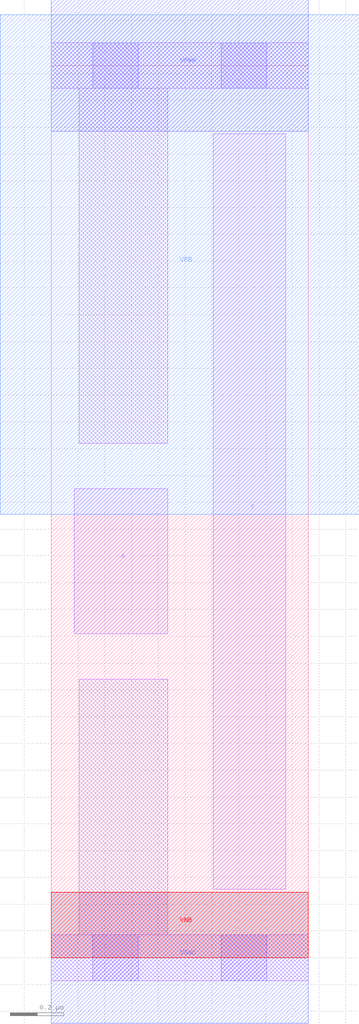
<source format=lef>
# Copyright 2020 The SkyWater PDK Authors
#
# Licensed under the Apache License, Version 2.0 (the "License");
# you may not use this file except in compliance with the License.
# You may obtain a copy of the License at
#
#     https://www.apache.org/licenses/LICENSE-2.0
#
# Unless required by applicable law or agreed to in writing, software
# distributed under the License is distributed on an "AS IS" BASIS,
# WITHOUT WARRANTIES OR CONDITIONS OF ANY KIND, either express or implied.
# See the License for the specific language governing permissions and
# limitations under the License.
#
# SPDX-License-Identifier: Apache-2.0

VERSION 5.7 ;
  NOWIREEXTENSIONATPIN ON ;
  DIVIDERCHAR "/" ;
  BUSBITCHARS "[]" ;
MACRO sky130_fd_sc_lp__inv_1
  CLASS CORE ;
  FOREIGN sky130_fd_sc_lp__inv_1 ;
  ORIGIN  0.000000  0.000000 ;
  SIZE  0.960000 BY  3.330000 ;
  SYMMETRY X Y R90 ;
  SITE unit ;
  PIN A
    ANTENNAGATEAREA  0.315000 ;
    DIRECTION INPUT ;
    USE SIGNAL ;
    PORT
      LAYER li1 ;
        RECT 0.085000 1.210000 0.435000 1.750000 ;
    END
  END A
  PIN Y
    ANTENNADIFFAREA  0.556500 ;
    DIRECTION OUTPUT ;
    USE SIGNAL ;
    PORT
      LAYER li1 ;
        RECT 0.605000 0.255000 0.875000 3.075000 ;
    END
  END Y
  PIN VGND
    DIRECTION INOUT ;
    USE GROUND ;
    PORT
      LAYER met1 ;
        RECT 0.000000 -0.245000 0.960000 0.245000 ;
    END
  END VGND
  PIN VNB
    DIRECTION INOUT ;
    USE GROUND ;
    PORT
      LAYER pwell ;
        RECT 0.000000 0.000000 0.960000 0.245000 ;
    END
  END VNB
  PIN VPB
    DIRECTION INOUT ;
    USE POWER ;
    PORT
      LAYER nwell ;
        RECT -0.190000 1.655000 1.150000 3.520000 ;
    END
  END VPB
  PIN VPWR
    DIRECTION INOUT ;
    USE POWER ;
    PORT
      LAYER met1 ;
        RECT 0.000000 3.085000 0.960000 3.575000 ;
    END
  END VPWR
  OBS
    LAYER li1 ;
      RECT 0.000000 -0.085000 0.960000 0.085000 ;
      RECT 0.000000  3.245000 0.960000 3.415000 ;
      RECT 0.105000  0.085000 0.435000 1.040000 ;
      RECT 0.105000  1.920000 0.435000 3.245000 ;
    LAYER mcon ;
      RECT 0.155000 -0.085000 0.325000 0.085000 ;
      RECT 0.155000  3.245000 0.325000 3.415000 ;
      RECT 0.635000 -0.085000 0.805000 0.085000 ;
      RECT 0.635000  3.245000 0.805000 3.415000 ;
  END
END sky130_fd_sc_lp__inv_1
END LIBRARY

</source>
